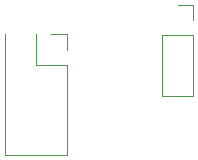
<source format=gbo>
G04 #@! TF.GenerationSoftware,KiCad,Pcbnew,6.99.0-unknown-bccc2f5792~148~ubuntu21.10.1*
G04 #@! TF.CreationDate,2022-10-30T21:35:02+01:00*
G04 #@! TF.ProjectId,AK-NW-12_Shield_OPi-PC-Zero_Nano_Pi_v1.3,414b2d4e-572d-4313-925f-536869656c64,rev?*
G04 #@! TF.SameCoordinates,Original*
G04 #@! TF.FileFunction,Legend,Bot*
G04 #@! TF.FilePolarity,Positive*
%FSLAX46Y46*%
G04 Gerber Fmt 4.6, Leading zero omitted, Abs format (unit mm)*
G04 Created by KiCad (PCBNEW 6.99.0-unknown-bccc2f5792~148~ubuntu21.10.1) date 2022-10-30 21:35:02*
%MOMM*%
%LPD*%
G01*
G04 APERTURE LIST*
%ADD10C,0.120000*%
%ADD11C,1.600000*%
%ADD12O,1.600000X1.600000*%
%ADD13R,1.800000X1.800000*%
%ADD14C,1.800000*%
%ADD15R,1.700000X1.700000*%
%ADD16O,1.700000X1.700000*%
%ADD17C,4.000000*%
%ADD18C,1.524000*%
%ADD19C,2.199640*%
%ADD20C,1.501140*%
%ADD21O,1.998980X4.000500*%
%ADD22O,4.000500X1.998980*%
%ADD23O,4.500880X1.998980*%
%ADD24C,5.000000*%
%ADD25C,5.400000*%
%ADD26C,3.100000*%
G04 APERTURE END LIST*
D10*
X91733128Y-65875000D02*
X86533128Y-65875000D01*
X102433128Y-60835000D02*
X99773128Y-60835000D01*
X89133128Y-58195000D02*
X89133128Y-55595000D01*
X91733128Y-58195000D02*
X91733128Y-65875000D01*
X91733128Y-58195000D02*
X89133128Y-58195000D01*
X91733128Y-56925000D02*
X91733128Y-55595000D01*
X99773128Y-55695000D02*
X99773128Y-60835000D01*
X102433128Y-55695000D02*
X102433128Y-60835000D01*
X102433128Y-55695000D02*
X99773128Y-55695000D01*
X86533128Y-55595000D02*
X86533128Y-65875000D01*
X91733128Y-55595000D02*
X90403128Y-55595000D01*
X102433128Y-54425000D02*
X102433128Y-53095000D01*
X102433128Y-53095000D02*
X101103128Y-53095000D01*
%LPC*%
D11*
X161000000Y-149500000D03*
D12*
X160999999Y-152039999D03*
D11*
X176200000Y-145400000D03*
D12*
X176199999Y-147939999D03*
D13*
X152899999Y-159299999D03*
D14*
X152900000Y-156760000D03*
D11*
X183800000Y-143100000D03*
D12*
X183799999Y-145639999D03*
D15*
X65849999Y-122774999D03*
D16*
X65849999Y-120234999D03*
X68389999Y-122774999D03*
X68389999Y-120234999D03*
X70929999Y-122774999D03*
X70929999Y-120234999D03*
X73469999Y-122774999D03*
X73469999Y-120234999D03*
X76009999Y-122774999D03*
X76009999Y-120234999D03*
D13*
X160999999Y-157499999D03*
D14*
X161000000Y-154960000D03*
D17*
X131601500Y-51015500D03*
X131601500Y-93015500D03*
X171601500Y-51015500D03*
X171601500Y-93015500D03*
D18*
X173061500Y-56915500D03*
X173061500Y-59455500D03*
X173061500Y-61995500D03*
X173061500Y-64535500D03*
X173061500Y-67075500D03*
X173061500Y-69615500D03*
X173061500Y-72155500D03*
X173061500Y-74695500D03*
X173061500Y-77235500D03*
X173061500Y-79775500D03*
X173061500Y-82315500D03*
X173061500Y-84855500D03*
X173061500Y-87395500D03*
X129881500Y-87395500D03*
X132421500Y-87395500D03*
X129881500Y-84855500D03*
X132421500Y-84855500D03*
X129881500Y-82315500D03*
X132421500Y-82315500D03*
X129881500Y-79775500D03*
X132421500Y-79775500D03*
X129881500Y-77235500D03*
X132421500Y-77235500D03*
X129881500Y-74695500D03*
X132421500Y-74695500D03*
X129881500Y-72155500D03*
X132421500Y-72155500D03*
X129881500Y-69615500D03*
X132421500Y-69615500D03*
X129881500Y-67075500D03*
X132421500Y-67075500D03*
X129881500Y-64535500D03*
X132421500Y-64535500D03*
X129881500Y-61995500D03*
X132421500Y-61995500D03*
X129881500Y-59455500D03*
X132421500Y-59455500D03*
X129881500Y-56915500D03*
X132421500Y-56915500D03*
X135231500Y-56137500D03*
X138041500Y-49835500D03*
X135231500Y-58677500D03*
X138041500Y-52375500D03*
X135231500Y-61217500D03*
X138041500Y-54915500D03*
D13*
X183899999Y-151099999D03*
D14*
X183900000Y-148560000D03*
D13*
X168599999Y-155399999D03*
D14*
X168600000Y-152860000D03*
D13*
X191599999Y-148699999D03*
D14*
X191600000Y-146160000D03*
D15*
X114674999Y-148199999D03*
D16*
X117214999Y-148199999D03*
X119754999Y-148199999D03*
X122294999Y-148199999D03*
X124834999Y-148199999D03*
D19*
X184370340Y-137768720D03*
X184370340Y-130771020D03*
X178929660Y-137768720D03*
X178929660Y-130771020D03*
D20*
X181650000Y-131500000D03*
X181650000Y-133498980D03*
X181650000Y-135500500D03*
X181650000Y-137499480D03*
D11*
X191600000Y-140900000D03*
D12*
X191599999Y-143439999D03*
D15*
X71199999Y-76023809D03*
D16*
X71199999Y-73483809D03*
X73739999Y-76023809D03*
X73739999Y-73483809D03*
X76279999Y-76023809D03*
X76279999Y-73483809D03*
X78819999Y-76023809D03*
X78819999Y-73483809D03*
D11*
X153000000Y-151300000D03*
D12*
X152999999Y-153839999D03*
D15*
X97509999Y-59479999D03*
D16*
X97509999Y-62019999D03*
X97509999Y-64559999D03*
X97509999Y-67099999D03*
D15*
X157824999Y-78099999D03*
D16*
X155284999Y-78099999D03*
X152744999Y-78099999D03*
X150204999Y-78099999D03*
X147664999Y-78099999D03*
X145124999Y-78099999D03*
D15*
X58419999Y-79099999D03*
D16*
X55879999Y-79099999D03*
X53339999Y-79099999D03*
X50799999Y-79099999D03*
X48259999Y-79099999D03*
X45719999Y-79099999D03*
D13*
X176199999Y-153299999D03*
D14*
X176200000Y-150760000D03*
D11*
X168600000Y-147500000D03*
D12*
X168599999Y-150039999D03*
D19*
X203720340Y-148269240D03*
X203720340Y-141271540D03*
X198279660Y-148269240D03*
X198279660Y-141271540D03*
D20*
X201000000Y-142000520D03*
X201000000Y-143999500D03*
X201000000Y-146001020D03*
X201000000Y-148000000D03*
D21*
X49199019Y-55500119D03*
D22*
X54499999Y-52248919D03*
D23*
X54499999Y-58250939D03*
D15*
X94959999Y-87459999D03*
D16*
X94959999Y-84919999D03*
X94959999Y-82379999D03*
X94959999Y-79839999D03*
X94959999Y-77299999D03*
D15*
X117899999Y-77899999D03*
D16*
X115359999Y-77899999D03*
X112819999Y-77899999D03*
X110279999Y-77899999D03*
X107739999Y-77899999D03*
X105199999Y-77899999D03*
D24*
X96000000Y-91200000D03*
D25*
X89103128Y-92325000D03*
X89103128Y-50325000D03*
D15*
X90403127Y-56924999D03*
D16*
X87863127Y-56924999D03*
X90403127Y-59464999D03*
X87863127Y-59464999D03*
X90403127Y-62004999D03*
X87863127Y-62004999D03*
X90403127Y-64544999D03*
X87863127Y-64544999D03*
D15*
X101103127Y-54424999D03*
D16*
X101103127Y-56964999D03*
X101103127Y-59504999D03*
D24*
X96000000Y-55800000D03*
D26*
X165309364Y-50960896D03*
X115309364Y-50960896D03*
X165309364Y-129960896D03*
X115309364Y-129960896D03*
D18*
X163100000Y-123100000D03*
X165640000Y-123100000D03*
X163100000Y-120560000D03*
X165640000Y-120560000D03*
X163100000Y-118020000D03*
X165640000Y-118020000D03*
X163100000Y-115480000D03*
X165640000Y-115480000D03*
X163100000Y-112940000D03*
X165640000Y-112940000D03*
X163100000Y-110400000D03*
X165640000Y-110400000D03*
X163100000Y-107860000D03*
X165640000Y-107860000D03*
X163100000Y-105320000D03*
X165640000Y-105320000D03*
X163100000Y-102780000D03*
X165640000Y-102780000D03*
X163100000Y-100240000D03*
X165640000Y-100240000D03*
X163100000Y-97700000D03*
X165640000Y-97700000D03*
X163100000Y-95160000D03*
X165640000Y-95160000D03*
X163100000Y-92620000D03*
X165640000Y-92620000D03*
X163100000Y-90080000D03*
X165640000Y-90080000D03*
X163100000Y-87540000D03*
X165640000Y-87540000D03*
X163100000Y-85000000D03*
X165640000Y-85000000D03*
X163100000Y-82460000D03*
X165640000Y-82460000D03*
X163100000Y-79920000D03*
X165640000Y-79920000D03*
X163100000Y-77380000D03*
X165640000Y-77380000D03*
X163100000Y-74840000D03*
X165640000Y-74840000D03*
X118495865Y-92031675D03*
X118495865Y-89506675D03*
X118495865Y-86956675D03*
M02*

</source>
